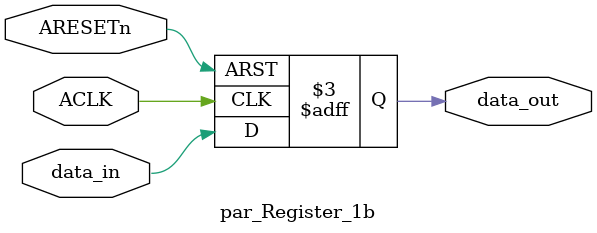
<source format=sv>
module par_Register_1b(
ACLK,ARESETn,data_in,data_out
);
input ACLK;
input ARESETn;
input data_in;
output logic data_out;

always_ff @(posedge ACLK or negedge ARESETn)
begin
if (~ARESETn)
    data_out <= 1'b0;
else
    data_out <= data_in;
end
endmodule
</source>
